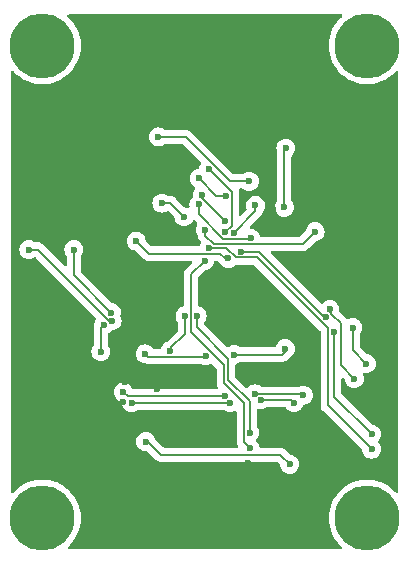
<source format=gbr>
%TF.GenerationSoftware,KiCad,Pcbnew,8.0.7*%
%TF.CreationDate,2025-01-10T16:13:59+05:30*%
%TF.ProjectId,STHDAQ_B0_COPY,53544844-4151-45f4-9230-5f434f50592e,rev?*%
%TF.SameCoordinates,Original*%
%TF.FileFunction,Copper,L2,Bot*%
%TF.FilePolarity,Positive*%
%FSLAX46Y46*%
G04 Gerber Fmt 4.6, Leading zero omitted, Abs format (unit mm)*
G04 Created by KiCad (PCBNEW 8.0.7) date 2025-01-10 16:13:59*
%MOMM*%
%LPD*%
G01*
G04 APERTURE LIST*
%TA.AperFunction,ComponentPad*%
%ADD10C,3.600000*%
%TD*%
%TA.AperFunction,ConnectorPad*%
%ADD11C,5.500000*%
%TD*%
%TA.AperFunction,ViaPad*%
%ADD12C,0.600000*%
%TD*%
%TA.AperFunction,Conductor*%
%ADD13C,0.200000*%
%TD*%
G04 APERTURE END LIST*
D10*
%TO.P,H3,1*%
%TO.N,N/C*%
X210761000Y-60457000D03*
D11*
X210761000Y-60457000D03*
%TD*%
%TO.P,H4,1*%
%TO.N,N/C*%
X183261000Y-100457000D03*
D10*
X183261000Y-100457000D03*
%TD*%
%TO.P,H1,1*%
%TO.N,N/C*%
X210761000Y-100457000D03*
D11*
X210761000Y-100457000D03*
%TD*%
D10*
%TO.P,H2,1*%
%TO.N,N/C*%
X183261000Y-60457000D03*
D11*
X183261000Y-60457000D03*
%TD*%
D12*
%TO.N,REF3.3*%
X203873731Y-69153731D03*
X203749763Y-74148999D03*
%TO.N,Earth*%
X193410000Y-64900000D03*
X194840000Y-64450000D03*
%TO.N,/SYNC{slash}PDWN*%
X206363418Y-76209855D03*
X197040000Y-76050000D03*
%TO.N,Earth*%
X207645000Y-77724000D03*
%TO.N,AIN7*%
X195249800Y-74948999D03*
X193380921Y-73788077D03*
%TO.N,/S4+*%
X185928000Y-77724000D03*
X188468000Y-84074000D03*
X188214000Y-86360000D03*
X189103000Y-83058000D03*
%TO.N,/S4-*%
X189167557Y-83755020D03*
X182118000Y-77724000D03*
%TO.N,Earth*%
X211328000Y-90043000D03*
X192940000Y-89490000D03*
X204993200Y-73881998D03*
X200660000Y-63373000D03*
X189992000Y-87437000D03*
X205083199Y-72843758D03*
X190119000Y-95123000D03*
X190119000Y-96774000D03*
X190246000Y-88961000D03*
X198791000Y-80772000D03*
X204216000Y-76078000D03*
X185801000Y-70681002D03*
X202819000Y-74295000D03*
X205232000Y-76078000D03*
X192623000Y-80772000D03*
X199136000Y-65024000D03*
X204535999Y-62448000D03*
X190119000Y-90612000D03*
X197231000Y-87818000D03*
X189971316Y-92264520D03*
X211074000Y-96012000D03*
X198374000Y-81915000D03*
X190119000Y-93660000D03*
X192974000Y-69215000D03*
X190246000Y-86040000D03*
X186309000Y-83820000D03*
X200660000Y-95764846D03*
X192151000Y-82241652D03*
%TO.N,REF2.5*%
X194100000Y-86270000D03*
X195340000Y-83330000D03*
%TO.N,/XTAL1*%
X193093695Y-68188197D03*
X200779000Y-71950000D03*
%TO.N,/XTAL2*%
X199016764Y-78470980D03*
X199451430Y-76310000D03*
X191200000Y-77000000D03*
X201306100Y-73987057D03*
%TO.N,/S2+*%
X204200000Y-95900000D03*
X192016446Y-93983000D03*
%TO.N,/S2-*%
X204538999Y-90678000D03*
X199136000Y-90678000D03*
X201803000Y-90435000D03*
X190815252Y-90684366D03*
%TO.N,/S3+*%
X190119000Y-89784000D03*
X205359000Y-90043000D03*
X198694243Y-90134999D03*
X201295000Y-89935000D03*
%TO.N,/S3-*%
X191960000Y-86556897D03*
X199517000Y-86614000D03*
X197080000Y-86700000D03*
X203835000Y-86106000D03*
%TO.N,AIN2*%
X207972000Y-84709000D03*
X198779000Y-73161759D03*
X211131998Y-93345000D03*
X196539998Y-71698998D03*
%TO.N,AIN0*%
X198752696Y-76260000D03*
X197343795Y-70880205D03*
X196365884Y-83348776D03*
X200799417Y-93218000D03*
%TO.N,AIN4*%
X196816446Y-73083554D03*
X210693000Y-87376000D03*
X198752696Y-75317304D03*
X207316002Y-83431000D03*
X209551553Y-84328000D03*
X200057257Y-77892471D03*
%TO.N,AIN1*%
X196994632Y-78654632D03*
X200799417Y-94488000D03*
%TO.N,AIN3*%
X211131998Y-94615000D03*
X197360000Y-77560000D03*
%TO.N,AIN5*%
X207606382Y-82794067D03*
X200900000Y-76760000D03*
X209677000Y-88646000D03*
X196514946Y-73905054D03*
%TD*%
D13*
%TO.N,/S3+*%
X190119000Y-89784000D02*
X190469999Y-90134999D01*
X190469999Y-90134999D02*
X198694243Y-90134999D01*
%TO.N,/SYNC{slash}PDWN*%
X205313273Y-77260000D02*
X206363418Y-76209855D01*
X197767107Y-77260000D02*
X205313273Y-77260000D01*
X197040000Y-76050000D02*
X197040000Y-76532893D01*
X197040000Y-76532893D02*
X197767107Y-77260000D01*
%TO.N,AIN3*%
X207415222Y-90898224D02*
X211131998Y-94615000D01*
X207415222Y-84375222D02*
X207415222Y-90898224D01*
X201432471Y-78392471D02*
X207415222Y-84375222D01*
X199645363Y-78392471D02*
X201432471Y-78392471D01*
X198812892Y-77560000D02*
X199645363Y-78392471D01*
X197360000Y-77560000D02*
X198812892Y-77560000D01*
%TO.N,AIN2*%
X198001759Y-73161759D02*
X198779000Y-73161759D01*
X196539998Y-71699998D02*
X198001759Y-73161759D01*
X196539998Y-71698998D02*
X196539998Y-71699998D01*
%TO.N,AIN4*%
X198737304Y-75317304D02*
X198752696Y-75317304D01*
X196816446Y-73396446D02*
X198737304Y-75317304D01*
X196816446Y-73083554D02*
X196816446Y-73396446D01*
%TO.N,REF2.5*%
X195340000Y-84830000D02*
X194100000Y-86070000D01*
X194100000Y-86070000D02*
X194100000Y-86270000D01*
X195340000Y-83330000D02*
X195340000Y-84830000D01*
%TO.N,AIN5*%
X196514946Y-74744946D02*
X196514946Y-73905054D01*
X200850000Y-76810000D02*
X198580000Y-76810000D01*
X200900000Y-76760000D02*
X200850000Y-76810000D01*
X198580000Y-76810000D02*
X196514946Y-74744946D01*
%TO.N,AIN0*%
X198752696Y-76260000D02*
X199279000Y-75733696D01*
X199279000Y-72815410D02*
X197343795Y-70880205D01*
X199279000Y-75733696D02*
X199279000Y-72815410D01*
%TO.N,/XTAL2*%
X201306100Y-74455330D02*
X201306100Y-73987057D01*
X199451430Y-76310000D02*
X201306100Y-74455330D01*
%TO.N,REF3.3*%
X203749763Y-69277699D02*
X203873731Y-69153731D01*
X203749763Y-74148999D02*
X203749763Y-69277699D01*
%TO.N,/XTAL1*%
X199160000Y-71950000D02*
X195398197Y-68188197D01*
X200779000Y-71950000D02*
X199160000Y-71950000D01*
X195398197Y-68188197D02*
X193093695Y-68188197D01*
%TO.N,/XTAL2*%
X198329000Y-78060000D02*
X192260000Y-78060000D01*
X192260000Y-78060000D02*
X191200000Y-77000000D01*
X198739980Y-78470980D02*
X198329000Y-78060000D01*
X199016764Y-78470980D02*
X198739980Y-78470980D01*
%TO.N,/S2+*%
X203400000Y-95100000D02*
X204200000Y-95900000D01*
X192173000Y-93983000D02*
X193290000Y-95100000D01*
X192016446Y-93983000D02*
X192173000Y-93983000D01*
X193290000Y-95100000D02*
X203400000Y-95100000D01*
%TO.N,AIN4*%
X207141000Y-83431000D02*
X207316002Y-83431000D01*
X201602471Y-77892471D02*
X207141000Y-83431000D01*
X200057257Y-77892471D02*
X201602471Y-77892471D01*
%TO.N,AIN5*%
X208534000Y-87503000D02*
X209677000Y-88646000D01*
X208534000Y-83947000D02*
X208534000Y-87503000D01*
X207816002Y-83229002D02*
X208534000Y-83947000D01*
X207816002Y-83223893D02*
X207816002Y-83229002D01*
X207606382Y-83014273D02*
X207816002Y-83223893D01*
X207606382Y-82794067D02*
X207606382Y-83014273D01*
%TO.N,AIN1*%
X198628000Y-89027000D02*
X200299417Y-90698417D01*
X200299417Y-93988000D02*
X200799417Y-94488000D01*
X198628000Y-87528000D02*
X198628000Y-89027000D01*
X200299417Y-90698417D02*
X200299417Y-93988000D01*
X195840000Y-84740000D02*
X198628000Y-87528000D01*
X195840000Y-79809264D02*
X195840000Y-84740000D01*
X196994632Y-78654632D02*
X195840000Y-79809264D01*
%TO.N,AIN7*%
X194088878Y-73788077D02*
X195249800Y-74948999D01*
X193380921Y-73788077D02*
X194088878Y-73788077D01*
%TO.N,AIN0*%
X200799417Y-90563417D02*
X200799417Y-93218000D01*
X199009000Y-88773000D02*
X200799417Y-90563417D01*
X199009000Y-86949000D02*
X199009000Y-88773000D01*
X196365884Y-84305884D02*
X199009000Y-86949000D01*
X196365884Y-83348776D02*
X196365884Y-84305884D01*
%TO.N,/S4-*%
X188911020Y-83755020D02*
X182880000Y-77724000D01*
X189167557Y-83755020D02*
X188911020Y-83755020D01*
X182880000Y-77724000D02*
X182118000Y-77724000D01*
%TO.N,/S4+*%
X185928000Y-79883000D02*
X185928000Y-77724000D01*
X189103000Y-83058000D02*
X185928000Y-79883000D01*
X188214000Y-86360000D02*
X188214000Y-84328000D01*
X188214000Y-84328000D02*
X188468000Y-84074000D01*
%TO.N,/S2-*%
X201803000Y-90435000D02*
X204295999Y-90435000D01*
X199129634Y-90684366D02*
X190815252Y-90684366D01*
X199136000Y-90678000D02*
X199129634Y-90684366D01*
X204295999Y-90435000D02*
X204538999Y-90678000D01*
%TO.N,/S3+*%
X205251000Y-89935000D02*
X205359000Y-90043000D01*
X201295000Y-89935000D02*
X205251000Y-89935000D01*
%TO.N,/S3-*%
X199517000Y-86614000D02*
X203581000Y-86614000D01*
X203581000Y-86614000D02*
X203835000Y-86360000D01*
X203835000Y-86360000D02*
X203835000Y-86106000D01*
%TO.N,AIN2*%
X207972000Y-90185002D02*
X211131998Y-93345000D01*
X207972000Y-84709000D02*
X207972000Y-90185002D01*
%TO.N,AIN4*%
X209551553Y-84328000D02*
X209551553Y-86234553D01*
X209551553Y-86234553D02*
X210693000Y-87376000D01*
%TO.N,/S3-*%
X192183103Y-86780000D02*
X197000000Y-86780000D01*
X197000000Y-86780000D02*
X197080000Y-86700000D01*
X191960000Y-86556897D02*
X192183103Y-86780000D01*
%TD*%
%TA.AperFunction,Conductor*%
%TO.N,Earth*%
G36*
X208594628Y-57820185D02*
G01*
X208640383Y-57872989D01*
X208650327Y-57942147D01*
X208621302Y-58005703D01*
X208612871Y-58014515D01*
X208521123Y-58101423D01*
X208397685Y-58218350D01*
X208169505Y-58486983D01*
X208169498Y-58486993D01*
X207971695Y-58778730D01*
X207806597Y-59090137D01*
X207806588Y-59090155D01*
X207676127Y-59417589D01*
X207676126Y-59417591D01*
X207581834Y-59757203D01*
X207581833Y-59757206D01*
X207524808Y-60105045D01*
X207505726Y-60456997D01*
X207505726Y-60457002D01*
X207524808Y-60808954D01*
X207581833Y-61156793D01*
X207581834Y-61156796D01*
X207676126Y-61496408D01*
X207676127Y-61496410D01*
X207806588Y-61823844D01*
X207806597Y-61823862D01*
X207971695Y-62135269D01*
X208169498Y-62427006D01*
X208169505Y-62427016D01*
X208330251Y-62616260D01*
X208397686Y-62695650D01*
X208653580Y-62938046D01*
X208934182Y-63151354D01*
X209236202Y-63333074D01*
X209236206Y-63333075D01*
X209236210Y-63333078D01*
X209556088Y-63481070D01*
X209556092Y-63481070D01*
X209556099Y-63481074D01*
X209890122Y-63593619D01*
X210234355Y-63669391D01*
X210584763Y-63707500D01*
X210584769Y-63707500D01*
X210937231Y-63707500D01*
X210937237Y-63707500D01*
X211287645Y-63669391D01*
X211631878Y-63593619D01*
X211965901Y-63481074D01*
X211965908Y-63481070D01*
X211965911Y-63481070D01*
X212285789Y-63333078D01*
X212285798Y-63333074D01*
X212587818Y-63151354D01*
X212868420Y-62938046D01*
X213124314Y-62695650D01*
X213180993Y-62628922D01*
X213239395Y-62590572D01*
X213309262Y-62589884D01*
X213368409Y-62627077D01*
X213398058Y-62690344D01*
X213399500Y-62709199D01*
X213399500Y-98204800D01*
X213379815Y-98271839D01*
X213327011Y-98317594D01*
X213257853Y-98327538D01*
X213194297Y-98298513D01*
X213180993Y-98285077D01*
X213134804Y-98230700D01*
X213124314Y-98218350D01*
X212868420Y-97975954D01*
X212868413Y-97975948D01*
X212868410Y-97975946D01*
X212587815Y-97762644D01*
X212285802Y-97580928D01*
X212285789Y-97580921D01*
X211965911Y-97432929D01*
X211965906Y-97432928D01*
X211965903Y-97432927D01*
X211965901Y-97432926D01*
X211859432Y-97397052D01*
X211631880Y-97320381D01*
X211287643Y-97244608D01*
X210937238Y-97206500D01*
X210937237Y-97206500D01*
X210584763Y-97206500D01*
X210584761Y-97206500D01*
X210234356Y-97244608D01*
X209890119Y-97320381D01*
X209556093Y-97432928D01*
X209556088Y-97432929D01*
X209236210Y-97580921D01*
X209236197Y-97580928D01*
X208934184Y-97762644D01*
X208653589Y-97975946D01*
X208653580Y-97975954D01*
X208397685Y-98218350D01*
X208169505Y-98486983D01*
X208169498Y-98486993D01*
X207971695Y-98778730D01*
X207806597Y-99090137D01*
X207806588Y-99090155D01*
X207676127Y-99417589D01*
X207676126Y-99417591D01*
X207581834Y-99757203D01*
X207581833Y-99757206D01*
X207524808Y-100105045D01*
X207505726Y-100456997D01*
X207505726Y-100457002D01*
X207524808Y-100808954D01*
X207581833Y-101156793D01*
X207581834Y-101156796D01*
X207676126Y-101496408D01*
X207676127Y-101496410D01*
X207806588Y-101823844D01*
X207806597Y-101823862D01*
X207971695Y-102135269D01*
X208169498Y-102427006D01*
X208169505Y-102427016D01*
X208397685Y-102695649D01*
X208598084Y-102885477D01*
X208633217Y-102945871D01*
X208630122Y-103015672D01*
X208589780Y-103072719D01*
X208525001Y-103098899D01*
X208512809Y-103099500D01*
X185509191Y-103099500D01*
X185442152Y-103079815D01*
X185396397Y-103027011D01*
X185386453Y-102957853D01*
X185415478Y-102894297D01*
X185423916Y-102885477D01*
X185624314Y-102695650D01*
X185852501Y-102427008D01*
X186050305Y-102135269D01*
X186215407Y-101823854D01*
X186345871Y-101496414D01*
X186440168Y-101156788D01*
X186497191Y-100808957D01*
X186516274Y-100457000D01*
X186497191Y-100105043D01*
X186440168Y-99757212D01*
X186397704Y-99604271D01*
X186345873Y-99417591D01*
X186345872Y-99417589D01*
X186215411Y-99090155D01*
X186215402Y-99090137D01*
X186050304Y-98778730D01*
X185921499Y-98588757D01*
X185852501Y-98486992D01*
X185852497Y-98486987D01*
X185852494Y-98486983D01*
X185624314Y-98218350D01*
X185610009Y-98204800D01*
X185368420Y-97975954D01*
X185368413Y-97975948D01*
X185368410Y-97975946D01*
X185087815Y-97762644D01*
X184785802Y-97580928D01*
X184785789Y-97580921D01*
X184465911Y-97432929D01*
X184465906Y-97432928D01*
X184465903Y-97432927D01*
X184465901Y-97432926D01*
X184359432Y-97397052D01*
X184131880Y-97320381D01*
X183787643Y-97244608D01*
X183437238Y-97206500D01*
X183437237Y-97206500D01*
X183084763Y-97206500D01*
X183084761Y-97206500D01*
X182734356Y-97244608D01*
X182390119Y-97320381D01*
X182056093Y-97432928D01*
X182056088Y-97432929D01*
X181736210Y-97580921D01*
X181736197Y-97580928D01*
X181434184Y-97762644D01*
X181153589Y-97975946D01*
X181153580Y-97975954D01*
X180897685Y-98218351D01*
X180819007Y-98310977D01*
X180760604Y-98349328D01*
X180690738Y-98350015D01*
X180631591Y-98312821D01*
X180601942Y-98249554D01*
X180600500Y-98230700D01*
X180600500Y-89783996D01*
X189313435Y-89783996D01*
X189313435Y-89784003D01*
X189333630Y-89963249D01*
X189333631Y-89963254D01*
X189393211Y-90133523D01*
X189489184Y-90286262D01*
X189616738Y-90413816D01*
X189769478Y-90509789D01*
X189870854Y-90545262D01*
X189926642Y-90564783D01*
X189983418Y-90605505D01*
X190009165Y-90670458D01*
X190009687Y-90681825D01*
X190009687Y-90684369D01*
X190029882Y-90863615D01*
X190029883Y-90863620D01*
X190089463Y-91033889D01*
X190108895Y-91064814D01*
X190185436Y-91186628D01*
X190312990Y-91314182D01*
X190317171Y-91316809D01*
X190455598Y-91403789D01*
X190465730Y-91410155D01*
X190617804Y-91463368D01*
X190635997Y-91469734D01*
X190636002Y-91469735D01*
X190815248Y-91489931D01*
X190815252Y-91489931D01*
X190815256Y-91489931D01*
X190994501Y-91469735D01*
X190994504Y-91469734D01*
X190994507Y-91469734D01*
X191164774Y-91410155D01*
X191317514Y-91314182D01*
X191317519Y-91314176D01*
X191320349Y-91311921D01*
X191322527Y-91311031D01*
X191323410Y-91310477D01*
X191323507Y-91310631D01*
X191385035Y-91285511D01*
X191397664Y-91284866D01*
X198561570Y-91284866D01*
X198627728Y-91304292D01*
X198627842Y-91304111D01*
X198628483Y-91304514D01*
X198628609Y-91304551D01*
X198629083Y-91304890D01*
X198633735Y-91307813D01*
X198633738Y-91307816D01*
X198786478Y-91403789D01*
X198956745Y-91463368D01*
X198956750Y-91463369D01*
X199135996Y-91483565D01*
X199136000Y-91483565D01*
X199136004Y-91483565D01*
X199315249Y-91463369D01*
X199315252Y-91463368D01*
X199315255Y-91463368D01*
X199485522Y-91403789D01*
X199508944Y-91389071D01*
X199576180Y-91370071D01*
X199643015Y-91390438D01*
X199688230Y-91443705D01*
X199698917Y-91494065D01*
X199698917Y-93901330D01*
X199698916Y-93901348D01*
X199698916Y-94067054D01*
X199698915Y-94067054D01*
X199724423Y-94162249D01*
X199739840Y-94219785D01*
X199760874Y-94256216D01*
X199791204Y-94308750D01*
X199793947Y-94313500D01*
X199810420Y-94381401D01*
X199787567Y-94447428D01*
X199732646Y-94490618D01*
X199686560Y-94499500D01*
X193590098Y-94499500D01*
X193523059Y-94479815D01*
X193502417Y-94463181D01*
X192799668Y-93760433D01*
X192770307Y-93713705D01*
X192742235Y-93633478D01*
X192742235Y-93633477D01*
X192681930Y-93537504D01*
X192646262Y-93480738D01*
X192518708Y-93353184D01*
X192505677Y-93344996D01*
X192365969Y-93257211D01*
X192195700Y-93197631D01*
X192195695Y-93197630D01*
X192016450Y-93177435D01*
X192016442Y-93177435D01*
X191837196Y-93197630D01*
X191837191Y-93197631D01*
X191666922Y-93257211D01*
X191514183Y-93353184D01*
X191386630Y-93480737D01*
X191290657Y-93633476D01*
X191231077Y-93803745D01*
X191231076Y-93803750D01*
X191210881Y-93982996D01*
X191210881Y-93983003D01*
X191231076Y-94162249D01*
X191231077Y-94162254D01*
X191290657Y-94332523D01*
X191376110Y-94468520D01*
X191386630Y-94485262D01*
X191514184Y-94612816D01*
X191666924Y-94708789D01*
X191751419Y-94738355D01*
X191837191Y-94768368D01*
X191837196Y-94768369D01*
X192016442Y-94788565D01*
X192016446Y-94788565D01*
X192016447Y-94788565D01*
X192032317Y-94786776D01*
X192058557Y-94783820D01*
X192127379Y-94795874D01*
X192160123Y-94819359D01*
X192921284Y-95580520D01*
X192921286Y-95580521D01*
X192921290Y-95580524D01*
X193058209Y-95659573D01*
X193058216Y-95659577D01*
X193210943Y-95700501D01*
X193210945Y-95700501D01*
X193376654Y-95700501D01*
X193376670Y-95700500D01*
X203099903Y-95700500D01*
X203166942Y-95720185D01*
X203187584Y-95736819D01*
X203369298Y-95918533D01*
X203402783Y-95979856D01*
X203404837Y-95992330D01*
X203414630Y-96079249D01*
X203474210Y-96249521D01*
X203570184Y-96402262D01*
X203697738Y-96529816D01*
X203850478Y-96625789D01*
X204020745Y-96685368D01*
X204020750Y-96685369D01*
X204199996Y-96705565D01*
X204200000Y-96705565D01*
X204200004Y-96705565D01*
X204379249Y-96685369D01*
X204379252Y-96685368D01*
X204379255Y-96685368D01*
X204549522Y-96625789D01*
X204702262Y-96529816D01*
X204829816Y-96402262D01*
X204925789Y-96249522D01*
X204985368Y-96079255D01*
X204995162Y-95992330D01*
X205005565Y-95900003D01*
X205005565Y-95899996D01*
X204985369Y-95720750D01*
X204985368Y-95720745D01*
X204963963Y-95659573D01*
X204925789Y-95550478D01*
X204829816Y-95397738D01*
X204702262Y-95270184D01*
X204661888Y-95244815D01*
X204549521Y-95174210D01*
X204379249Y-95114630D01*
X204292330Y-95104837D01*
X204227916Y-95077770D01*
X204218533Y-95069298D01*
X203887590Y-94738355D01*
X203887588Y-94738352D01*
X203768717Y-94619481D01*
X203768709Y-94619475D01*
X203677919Y-94567058D01*
X203677918Y-94567058D01*
X203631785Y-94540423D01*
X203479057Y-94499499D01*
X203320943Y-94499499D01*
X203313347Y-94499499D01*
X203313331Y-94499500D01*
X201717091Y-94499500D01*
X201650052Y-94479815D01*
X201604297Y-94427011D01*
X201593871Y-94389383D01*
X201584786Y-94308750D01*
X201584785Y-94308745D01*
X201569645Y-94265478D01*
X201525206Y-94138478D01*
X201509032Y-94112738D01*
X201429232Y-93985737D01*
X201384176Y-93940681D01*
X201350691Y-93879358D01*
X201355675Y-93809666D01*
X201384176Y-93765319D01*
X201389062Y-93760433D01*
X201429233Y-93720262D01*
X201525206Y-93567522D01*
X201584785Y-93397255D01*
X201589751Y-93353184D01*
X201604982Y-93218003D01*
X201604982Y-93217996D01*
X201584786Y-93038750D01*
X201584785Y-93038745D01*
X201569645Y-92995478D01*
X201525206Y-92868478D01*
X201509032Y-92842738D01*
X201429230Y-92715734D01*
X201426967Y-92712896D01*
X201426076Y-92710715D01*
X201425528Y-92709842D01*
X201425681Y-92709745D01*
X201400561Y-92648209D01*
X201399917Y-92635587D01*
X201399917Y-91316809D01*
X201419602Y-91249770D01*
X201472406Y-91204015D01*
X201541564Y-91194071D01*
X201564872Y-91199768D01*
X201623737Y-91220366D01*
X201623743Y-91220367D01*
X201623745Y-91220368D01*
X201623746Y-91220368D01*
X201623750Y-91220369D01*
X201802996Y-91240565D01*
X201803000Y-91240565D01*
X201803004Y-91240565D01*
X201982249Y-91220369D01*
X201982252Y-91220368D01*
X201982255Y-91220368D01*
X202152522Y-91160789D01*
X202305262Y-91064816D01*
X202305267Y-91064810D01*
X202308097Y-91062555D01*
X202310275Y-91061665D01*
X202311158Y-91061111D01*
X202311255Y-91061265D01*
X202372783Y-91036145D01*
X202385412Y-91035500D01*
X203749691Y-91035500D01*
X203816730Y-91055185D01*
X203854683Y-91093526D01*
X203909183Y-91180262D01*
X204036737Y-91307816D01*
X204189477Y-91403789D01*
X204359744Y-91463368D01*
X204359749Y-91463369D01*
X204538995Y-91483565D01*
X204538999Y-91483565D01*
X204539003Y-91483565D01*
X204718248Y-91463369D01*
X204718251Y-91463368D01*
X204718254Y-91463368D01*
X204888521Y-91403789D01*
X205041261Y-91307816D01*
X205168815Y-91180262D01*
X205264788Y-91027522D01*
X205300378Y-90925811D01*
X205341098Y-90869037D01*
X205403536Y-90843547D01*
X205538249Y-90828369D01*
X205538252Y-90828368D01*
X205538255Y-90828368D01*
X205708522Y-90768789D01*
X205861262Y-90672816D01*
X205988816Y-90545262D01*
X206084789Y-90392522D01*
X206144368Y-90222255D01*
X206164565Y-90043000D01*
X206156631Y-89972586D01*
X206144369Y-89863750D01*
X206144368Y-89863745D01*
X206116464Y-89784000D01*
X206084789Y-89693478D01*
X205988816Y-89540738D01*
X205861262Y-89413184D01*
X205833462Y-89395716D01*
X205708523Y-89317211D01*
X205538254Y-89257631D01*
X205538249Y-89257630D01*
X205359004Y-89237435D01*
X205358996Y-89237435D01*
X205179750Y-89257630D01*
X205179745Y-89257631D01*
X205009470Y-89317213D01*
X205003205Y-89320231D01*
X205002298Y-89318349D01*
X204946238Y-89334500D01*
X201877412Y-89334500D01*
X201810373Y-89314815D01*
X201800097Y-89307445D01*
X201797263Y-89305185D01*
X201797262Y-89305184D01*
X201740496Y-89269515D01*
X201644523Y-89209211D01*
X201474254Y-89149631D01*
X201474249Y-89149630D01*
X201295004Y-89129435D01*
X201294996Y-89129435D01*
X201115750Y-89149630D01*
X201115745Y-89149631D01*
X200945476Y-89209211D01*
X200792739Y-89305183D01*
X200679259Y-89418663D01*
X200617936Y-89452147D01*
X200548244Y-89447163D01*
X200503897Y-89418662D01*
X199645819Y-88560584D01*
X199612334Y-88499261D01*
X199609500Y-88472903D01*
X199609500Y-87517707D01*
X199629185Y-87450668D01*
X199681989Y-87404913D01*
X199692546Y-87400665D01*
X199696251Y-87399368D01*
X199696255Y-87399368D01*
X199866522Y-87339789D01*
X200019262Y-87243816D01*
X200019267Y-87243810D01*
X200022097Y-87241555D01*
X200024275Y-87240665D01*
X200025158Y-87240111D01*
X200025255Y-87240265D01*
X200086783Y-87215145D01*
X200099412Y-87214500D01*
X203494331Y-87214500D01*
X203494347Y-87214501D01*
X203501943Y-87214501D01*
X203660054Y-87214501D01*
X203660057Y-87214501D01*
X203812785Y-87173577D01*
X203880842Y-87134284D01*
X203949716Y-87094520D01*
X204061520Y-86982716D01*
X204061520Y-86982714D01*
X204071724Y-86972511D01*
X204071728Y-86972506D01*
X204193505Y-86850729D01*
X204193510Y-86850725D01*
X204203714Y-86840520D01*
X204203716Y-86840520D01*
X204249782Y-86794452D01*
X204271481Y-86777147D01*
X204337262Y-86735816D01*
X204464816Y-86608262D01*
X204560789Y-86455522D01*
X204620368Y-86285255D01*
X204632143Y-86180750D01*
X204640565Y-86106003D01*
X204640565Y-86105996D01*
X204620369Y-85926750D01*
X204620368Y-85926745D01*
X204585963Y-85828422D01*
X204560789Y-85756478D01*
X204464816Y-85603738D01*
X204337262Y-85476184D01*
X204277177Y-85438430D01*
X204184523Y-85380211D01*
X204014254Y-85320631D01*
X204014249Y-85320630D01*
X203835004Y-85300435D01*
X203834996Y-85300435D01*
X203655750Y-85320630D01*
X203655745Y-85320631D01*
X203485476Y-85380211D01*
X203332737Y-85476184D01*
X203205184Y-85603737D01*
X203109210Y-85756478D01*
X203083963Y-85828632D01*
X203049632Y-85926745D01*
X203049631Y-85926748D01*
X203048335Y-85930454D01*
X203007613Y-85987230D01*
X202942661Y-86012978D01*
X202931293Y-86013500D01*
X200099412Y-86013500D01*
X200032373Y-85993815D01*
X200022097Y-85986445D01*
X200019263Y-85984185D01*
X200019262Y-85984184D01*
X199962496Y-85948515D01*
X199866523Y-85888211D01*
X199696254Y-85828631D01*
X199696249Y-85828630D01*
X199517004Y-85808435D01*
X199516996Y-85808435D01*
X199337750Y-85828630D01*
X199337745Y-85828631D01*
X199167476Y-85888211D01*
X199023962Y-85978387D01*
X198956725Y-85997387D01*
X198889890Y-85977019D01*
X198870309Y-85961074D01*
X197002703Y-84093468D01*
X196969218Y-84032145D01*
X196966384Y-84005787D01*
X196966384Y-83931188D01*
X196986069Y-83864149D01*
X196993439Y-83853873D01*
X196995694Y-83851043D01*
X196995700Y-83851038D01*
X197091673Y-83698298D01*
X197151252Y-83528031D01*
X197153368Y-83509254D01*
X197171449Y-83348779D01*
X197171449Y-83348772D01*
X197151253Y-83169526D01*
X197151252Y-83169521D01*
X197112228Y-83057996D01*
X197091673Y-82999254D01*
X196995700Y-82846514D01*
X196868146Y-82718960D01*
X196838264Y-82700184D01*
X196715405Y-82622986D01*
X196545130Y-82563405D01*
X196538343Y-82561856D01*
X196538964Y-82559134D01*
X196486175Y-82536935D01*
X196446637Y-82479329D01*
X196440500Y-82440804D01*
X196440500Y-80109360D01*
X196460185Y-80042321D01*
X196476815Y-80021683D01*
X197013167Y-79485330D01*
X197074488Y-79451847D01*
X197086943Y-79449795D01*
X197173887Y-79440000D01*
X197344154Y-79380421D01*
X197496894Y-79284448D01*
X197624448Y-79156894D01*
X197720421Y-79004154D01*
X197780000Y-78833887D01*
X197787129Y-78770617D01*
X197814195Y-78706203D01*
X197871790Y-78666648D01*
X197910349Y-78660500D01*
X198028903Y-78660500D01*
X198095942Y-78680185D01*
X198116584Y-78696819D01*
X198255119Y-78835354D01*
X198255140Y-78835377D01*
X198366828Y-78947065D01*
X198384141Y-78968775D01*
X198386948Y-78973242D01*
X198514502Y-79100796D01*
X198667242Y-79196769D01*
X198837509Y-79256348D01*
X198837514Y-79256349D01*
X199016760Y-79276545D01*
X199016764Y-79276545D01*
X199016768Y-79276545D01*
X199196013Y-79256349D01*
X199196016Y-79256348D01*
X199196019Y-79256348D01*
X199366286Y-79196769D01*
X199519026Y-79100796D01*
X199590531Y-79029291D01*
X199651854Y-78995806D01*
X199678212Y-78992972D01*
X199732017Y-78992972D01*
X199732033Y-78992971D01*
X201132374Y-78992971D01*
X201199413Y-79012656D01*
X201220055Y-79029290D01*
X206778403Y-84587638D01*
X206811888Y-84648961D01*
X206814722Y-84675319D01*
X206814722Y-90811554D01*
X206814721Y-90811572D01*
X206814721Y-90977278D01*
X206814720Y-90977278D01*
X206855645Y-91130009D01*
X206873415Y-91160788D01*
X206883894Y-91178937D01*
X206892632Y-91194071D01*
X206934701Y-91266938D01*
X206934703Y-91266941D01*
X207053571Y-91385809D01*
X207053577Y-91385814D01*
X210301296Y-94633533D01*
X210334781Y-94694856D01*
X210336835Y-94707330D01*
X210346628Y-94794249D01*
X210406208Y-94964521D01*
X210491323Y-95099980D01*
X210502182Y-95117262D01*
X210629736Y-95244816D01*
X210782476Y-95340789D01*
X210945224Y-95397737D01*
X210952743Y-95400368D01*
X210952748Y-95400369D01*
X211131994Y-95420565D01*
X211131998Y-95420565D01*
X211132002Y-95420565D01*
X211311247Y-95400369D01*
X211311250Y-95400368D01*
X211311253Y-95400368D01*
X211481520Y-95340789D01*
X211634260Y-95244816D01*
X211761814Y-95117262D01*
X211857787Y-94964522D01*
X211917366Y-94794255D01*
X211920283Y-94768368D01*
X211937563Y-94615003D01*
X211937563Y-94614996D01*
X211917367Y-94435750D01*
X211917366Y-94435745D01*
X211898350Y-94381401D01*
X211857787Y-94265478D01*
X211851967Y-94256216D01*
X211818580Y-94203080D01*
X211761814Y-94112738D01*
X211716757Y-94067681D01*
X211683272Y-94006358D01*
X211688256Y-93936666D01*
X211716757Y-93892319D01*
X211729718Y-93879358D01*
X211761814Y-93847262D01*
X211857787Y-93694522D01*
X211917366Y-93524255D01*
X211922269Y-93480738D01*
X211937563Y-93345003D01*
X211937563Y-93344996D01*
X211917367Y-93165750D01*
X211917366Y-93165745D01*
X211857787Y-92995478D01*
X211761814Y-92842738D01*
X211634260Y-92715184D01*
X211527670Y-92648209D01*
X211481519Y-92619210D01*
X211311247Y-92559630D01*
X211224328Y-92549837D01*
X211159914Y-92522770D01*
X211150531Y-92514298D01*
X208608819Y-89972586D01*
X208575334Y-89911263D01*
X208572500Y-89884905D01*
X208572500Y-88690097D01*
X208592185Y-88623058D01*
X208644989Y-88577303D01*
X208714147Y-88567359D01*
X208777703Y-88596384D01*
X208784181Y-88602416D01*
X208846298Y-88664533D01*
X208879783Y-88725856D01*
X208881837Y-88738330D01*
X208891630Y-88825249D01*
X208951210Y-88995521D01*
X208953165Y-88998632D01*
X209047184Y-89148262D01*
X209174738Y-89275816D01*
X209327478Y-89371789D01*
X209461436Y-89418663D01*
X209497745Y-89431368D01*
X209497750Y-89431369D01*
X209676996Y-89451565D01*
X209677000Y-89451565D01*
X209677004Y-89451565D01*
X209856249Y-89431369D01*
X209856252Y-89431368D01*
X209856255Y-89431368D01*
X210026522Y-89371789D01*
X210179262Y-89275816D01*
X210306816Y-89148262D01*
X210402789Y-88995522D01*
X210462368Y-88825255D01*
X210472162Y-88738330D01*
X210482565Y-88646003D01*
X210482565Y-88645996D01*
X210462369Y-88466750D01*
X210462366Y-88466737D01*
X210414197Y-88329078D01*
X210410635Y-88259299D01*
X210445363Y-88198672D01*
X210507357Y-88166444D01*
X210545120Y-88164903D01*
X210615378Y-88172819D01*
X210692997Y-88181565D01*
X210693000Y-88181565D01*
X210693004Y-88181565D01*
X210872249Y-88161369D01*
X210872252Y-88161368D01*
X210872255Y-88161368D01*
X211042522Y-88101789D01*
X211195262Y-88005816D01*
X211322816Y-87878262D01*
X211418789Y-87725522D01*
X211478368Y-87555255D01*
X211483967Y-87505565D01*
X211498565Y-87376003D01*
X211498565Y-87375996D01*
X211478369Y-87196750D01*
X211478368Y-87196745D01*
X211456512Y-87134284D01*
X211418789Y-87026478D01*
X211391291Y-86982716D01*
X211343351Y-86906419D01*
X211322816Y-86873738D01*
X211195262Y-86746184D01*
X211179287Y-86736146D01*
X211042521Y-86650210D01*
X210872249Y-86590630D01*
X210785330Y-86580837D01*
X210720916Y-86553770D01*
X210711533Y-86545298D01*
X210188372Y-86022137D01*
X210154887Y-85960814D01*
X210152053Y-85934456D01*
X210152053Y-84910412D01*
X210171738Y-84843373D01*
X210179108Y-84833097D01*
X210181363Y-84830267D01*
X210181369Y-84830262D01*
X210277342Y-84677522D01*
X210336921Y-84507255D01*
X210348210Y-84407060D01*
X210357118Y-84328003D01*
X210357118Y-84327996D01*
X210336922Y-84148750D01*
X210336921Y-84148745D01*
X210317579Y-84093468D01*
X210277342Y-83978478D01*
X210181369Y-83825738D01*
X210053815Y-83698184D01*
X210024115Y-83679522D01*
X209901076Y-83602211D01*
X209730807Y-83542631D01*
X209730802Y-83542630D01*
X209551557Y-83522435D01*
X209551549Y-83522435D01*
X209372303Y-83542630D01*
X209372290Y-83542633D01*
X209202034Y-83602209D01*
X209183510Y-83613848D01*
X209116273Y-83632846D01*
X209049438Y-83612476D01*
X209019165Y-83584338D01*
X209014518Y-83578282D01*
X208435778Y-82999542D01*
X208402293Y-82938219D01*
X208400239Y-82897977D01*
X208411947Y-82794069D01*
X208411947Y-82794063D01*
X208391751Y-82614817D01*
X208391750Y-82614812D01*
X208369637Y-82551618D01*
X208332171Y-82444545D01*
X208329820Y-82440804D01*
X208236197Y-82291804D01*
X208108644Y-82164251D01*
X207955905Y-82068278D01*
X207785636Y-82008698D01*
X207785631Y-82008697D01*
X207606386Y-81988502D01*
X207606378Y-81988502D01*
X207427132Y-82008697D01*
X207427127Y-82008698D01*
X207256858Y-82068278D01*
X207104119Y-82164251D01*
X207001484Y-82266887D01*
X206940161Y-82300372D01*
X206870469Y-82295388D01*
X206826122Y-82266887D01*
X202631416Y-78072181D01*
X202597931Y-78010858D01*
X202602915Y-77941166D01*
X202644787Y-77885233D01*
X202710251Y-77860816D01*
X202719097Y-77860500D01*
X205226604Y-77860500D01*
X205226620Y-77860501D01*
X205234216Y-77860501D01*
X205392327Y-77860501D01*
X205392330Y-77860501D01*
X205545058Y-77819577D01*
X205604309Y-77785368D01*
X205681989Y-77740520D01*
X205793793Y-77628716D01*
X205793793Y-77628714D01*
X205803997Y-77618511D01*
X205804001Y-77618506D01*
X206381953Y-77040553D01*
X206443274Y-77007070D01*
X206455729Y-77005018D01*
X206542673Y-76995223D01*
X206712940Y-76935644D01*
X206865680Y-76839671D01*
X206993234Y-76712117D01*
X207089207Y-76559377D01*
X207148786Y-76389110D01*
X207148787Y-76389104D01*
X207168983Y-76209858D01*
X207168983Y-76209851D01*
X207148787Y-76030605D01*
X207148786Y-76030600D01*
X207114114Y-75931513D01*
X207089207Y-75860333D01*
X207053861Y-75804081D01*
X206993233Y-75707592D01*
X206865680Y-75580039D01*
X206712941Y-75484066D01*
X206542672Y-75424486D01*
X206542667Y-75424485D01*
X206363422Y-75404290D01*
X206363414Y-75404290D01*
X206184168Y-75424485D01*
X206184163Y-75424486D01*
X206013894Y-75484066D01*
X205861155Y-75580039D01*
X205733602Y-75707592D01*
X205637628Y-75860333D01*
X205578048Y-76030605D01*
X205568255Y-76117523D01*
X205541188Y-76181937D01*
X205532716Y-76191320D01*
X205100857Y-76623181D01*
X205039534Y-76656666D01*
X205013176Y-76659500D01*
X201800909Y-76659500D01*
X201733870Y-76639815D01*
X201688115Y-76587011D01*
X201683867Y-76576455D01*
X201673823Y-76547752D01*
X201625789Y-76410478D01*
X201529816Y-76257738D01*
X201402262Y-76130184D01*
X201382112Y-76117523D01*
X201249523Y-76034211D01*
X201079254Y-75974631D01*
X201079249Y-75974630D01*
X200936783Y-75958579D01*
X200872369Y-75931513D01*
X200832814Y-75873918D01*
X200830676Y-75804081D01*
X200862983Y-75747680D01*
X201664606Y-74946058D01*
X201664611Y-74946054D01*
X201674814Y-74935850D01*
X201674816Y-74935850D01*
X201786620Y-74824046D01*
X201865677Y-74687114D01*
X201903767Y-74544959D01*
X201932381Y-74495404D01*
X201931575Y-74494762D01*
X201935840Y-74489412D01*
X201935866Y-74489368D01*
X201935916Y-74489319D01*
X202031889Y-74336579D01*
X202091468Y-74166312D01*
X202091770Y-74163631D01*
X202093419Y-74148995D01*
X202944198Y-74148995D01*
X202944198Y-74149002D01*
X202964393Y-74328248D01*
X202964394Y-74328253D01*
X203023974Y-74498522D01*
X203119947Y-74651261D01*
X203247501Y-74778815D01*
X203314659Y-74821013D01*
X203367949Y-74854498D01*
X203400241Y-74874788D01*
X203570508Y-74934367D01*
X203570513Y-74934368D01*
X203749759Y-74954564D01*
X203749763Y-74954564D01*
X203749767Y-74954564D01*
X203929012Y-74934368D01*
X203929015Y-74934367D01*
X203929018Y-74934367D01*
X204099285Y-74874788D01*
X204252025Y-74778815D01*
X204379579Y-74651261D01*
X204475552Y-74498521D01*
X204535131Y-74328254D01*
X204542871Y-74259559D01*
X204555328Y-74149002D01*
X204555328Y-74148995D01*
X204535132Y-73969749D01*
X204535131Y-73969744D01*
X204512495Y-73905054D01*
X204475552Y-73799477D01*
X204468386Y-73788073D01*
X204379576Y-73646733D01*
X204377313Y-73643895D01*
X204376422Y-73641714D01*
X204375874Y-73640841D01*
X204376027Y-73640744D01*
X204350907Y-73579208D01*
X204350263Y-73566586D01*
X204350263Y-69860639D01*
X204369948Y-69793600D01*
X204386582Y-69772958D01*
X204503547Y-69655993D01*
X204599520Y-69503253D01*
X204659099Y-69332986D01*
X204679296Y-69153731D01*
X204659099Y-68974476D01*
X204599520Y-68804209D01*
X204590178Y-68789342D01*
X204503546Y-68651468D01*
X204375993Y-68523915D01*
X204223254Y-68427942D01*
X204052985Y-68368362D01*
X204052980Y-68368361D01*
X203873735Y-68348166D01*
X203873727Y-68348166D01*
X203694481Y-68368361D01*
X203694476Y-68368362D01*
X203524207Y-68427942D01*
X203371468Y-68523915D01*
X203243915Y-68651468D01*
X203147942Y-68804207D01*
X203088362Y-68974476D01*
X203088361Y-68974481D01*
X203068166Y-69153727D01*
X203068166Y-69153734D01*
X203088361Y-69332980D01*
X203088364Y-69332993D01*
X203142304Y-69487142D01*
X203149263Y-69528097D01*
X203149263Y-73566586D01*
X203129578Y-73633625D01*
X203122213Y-73643895D01*
X203119949Y-73646733D01*
X203023974Y-73799475D01*
X202964394Y-73969744D01*
X202964393Y-73969749D01*
X202944198Y-74148995D01*
X202093419Y-74148995D01*
X202111665Y-73987060D01*
X202111665Y-73987053D01*
X202091469Y-73807807D01*
X202091468Y-73807802D01*
X202084566Y-73788077D01*
X202031889Y-73637535D01*
X202013847Y-73608822D01*
X201935915Y-73484794D01*
X201808362Y-73357241D01*
X201655623Y-73261268D01*
X201485354Y-73201688D01*
X201485349Y-73201687D01*
X201306104Y-73181492D01*
X201306096Y-73181492D01*
X201126850Y-73201687D01*
X201126845Y-73201688D01*
X200956576Y-73261268D01*
X200803837Y-73357241D01*
X200676284Y-73484794D01*
X200580311Y-73637533D01*
X200520731Y-73807802D01*
X200520730Y-73807807D01*
X200500535Y-73987053D01*
X200500535Y-73987060D01*
X200520731Y-74166309D01*
X200553360Y-74259559D01*
X200556921Y-74329338D01*
X200523999Y-74388194D01*
X200091181Y-74821013D01*
X200029858Y-74854498D01*
X199960167Y-74849514D01*
X199904233Y-74807643D01*
X199879816Y-74742178D01*
X199879500Y-74733332D01*
X199879500Y-72736355D01*
X199879499Y-72736351D01*
X199878877Y-72734030D01*
X199871526Y-72706592D01*
X199873189Y-72636742D01*
X199912353Y-72578880D01*
X199976582Y-72551377D01*
X199991301Y-72550500D01*
X200196588Y-72550500D01*
X200263627Y-72570185D01*
X200273903Y-72577555D01*
X200276736Y-72579814D01*
X200276738Y-72579816D01*
X200429478Y-72675789D01*
X200517508Y-72706592D01*
X200599745Y-72735368D01*
X200599750Y-72735369D01*
X200778996Y-72755565D01*
X200779000Y-72755565D01*
X200779004Y-72755565D01*
X200958249Y-72735369D01*
X200958252Y-72735368D01*
X200958255Y-72735368D01*
X201128522Y-72675789D01*
X201281262Y-72579816D01*
X201408816Y-72452262D01*
X201504789Y-72299522D01*
X201564368Y-72129255D01*
X201564369Y-72129249D01*
X201584565Y-71950003D01*
X201584565Y-71949996D01*
X201564369Y-71770750D01*
X201564368Y-71770745D01*
X201504788Y-71600476D01*
X201408815Y-71447737D01*
X201281262Y-71320184D01*
X201128523Y-71224211D01*
X200958254Y-71164631D01*
X200958249Y-71164630D01*
X200779004Y-71144435D01*
X200778996Y-71144435D01*
X200599750Y-71164630D01*
X200599745Y-71164631D01*
X200429476Y-71224211D01*
X200276736Y-71320185D01*
X200273903Y-71322445D01*
X200271724Y-71323334D01*
X200270842Y-71323889D01*
X200270744Y-71323734D01*
X200209217Y-71348855D01*
X200196588Y-71349500D01*
X199460097Y-71349500D01*
X199393058Y-71329815D01*
X199372416Y-71313181D01*
X195885787Y-67826552D01*
X195885785Y-67826549D01*
X195766914Y-67707678D01*
X195766906Y-67707672D01*
X195665133Y-67648914D01*
X195665131Y-67648913D01*
X195629987Y-67628622D01*
X195629986Y-67628621D01*
X195617460Y-67625264D01*
X195477254Y-67587696D01*
X195319140Y-67587696D01*
X195311544Y-67587696D01*
X195311528Y-67587697D01*
X193676107Y-67587697D01*
X193609068Y-67568012D01*
X193598792Y-67560642D01*
X193595958Y-67558382D01*
X193595957Y-67558381D01*
X193539191Y-67522712D01*
X193443218Y-67462408D01*
X193272949Y-67402828D01*
X193272944Y-67402827D01*
X193093699Y-67382632D01*
X193093691Y-67382632D01*
X192914445Y-67402827D01*
X192914440Y-67402828D01*
X192744171Y-67462408D01*
X192591432Y-67558381D01*
X192463879Y-67685934D01*
X192367906Y-67838673D01*
X192308326Y-68008942D01*
X192308325Y-68008947D01*
X192288130Y-68188193D01*
X192288130Y-68188200D01*
X192308325Y-68367446D01*
X192308326Y-68367451D01*
X192367906Y-68537720D01*
X192439379Y-68651468D01*
X192463879Y-68690459D01*
X192591433Y-68818013D01*
X192744173Y-68913986D01*
X192914440Y-68973565D01*
X192914445Y-68973566D01*
X193093691Y-68993762D01*
X193093695Y-68993762D01*
X193093699Y-68993762D01*
X193272944Y-68973566D01*
X193272947Y-68973565D01*
X193272950Y-68973565D01*
X193443217Y-68913986D01*
X193595957Y-68818013D01*
X193595962Y-68818007D01*
X193598792Y-68815752D01*
X193600970Y-68814862D01*
X193601853Y-68814308D01*
X193601950Y-68814462D01*
X193663478Y-68789342D01*
X193676107Y-68788697D01*
X195098100Y-68788697D01*
X195165139Y-68808382D01*
X195185781Y-68825016D01*
X196653597Y-70292832D01*
X196687082Y-70354155D01*
X196682098Y-70423847D01*
X196670910Y-70446484D01*
X196618007Y-70530679D01*
X196558426Y-70700950D01*
X196558426Y-70700953D01*
X196547768Y-70795540D01*
X196520701Y-70859953D01*
X196463106Y-70899508D01*
X196438433Y-70904875D01*
X196360748Y-70913628D01*
X196190476Y-70973208D01*
X196037735Y-71069182D01*
X195910182Y-71196735D01*
X195814209Y-71349474D01*
X195754629Y-71519743D01*
X195754628Y-71519748D01*
X195734433Y-71698994D01*
X195734433Y-71699001D01*
X195754628Y-71878247D01*
X195754629Y-71878252D01*
X195814209Y-72048521D01*
X195864938Y-72129255D01*
X195910182Y-72201260D01*
X196037736Y-72328814D01*
X196153571Y-72401598D01*
X196199862Y-72453933D01*
X196210510Y-72522986D01*
X196188631Y-72574325D01*
X196190335Y-72575396D01*
X196090657Y-72734030D01*
X196031077Y-72904299D01*
X196031076Y-72904304D01*
X196010881Y-73083550D01*
X196010881Y-73083558D01*
X196023787Y-73198108D01*
X196011732Y-73266930D01*
X195988249Y-73299671D01*
X195885131Y-73402790D01*
X195885130Y-73402791D01*
X195789157Y-73555530D01*
X195729577Y-73725799D01*
X195729576Y-73725804D01*
X195709381Y-73905050D01*
X195709381Y-73905058D01*
X195729120Y-74080256D01*
X195717065Y-74149078D01*
X195669716Y-74200457D01*
X195602105Y-74218081D01*
X195564946Y-74211181D01*
X195436708Y-74166309D01*
X195429055Y-74163631D01*
X195429054Y-74163630D01*
X195429049Y-74163629D01*
X195342130Y-74153836D01*
X195277716Y-74126769D01*
X195268333Y-74118297D01*
X194576468Y-73426432D01*
X194576466Y-73426429D01*
X194457595Y-73307558D01*
X194457587Y-73307552D01*
X194355814Y-73248794D01*
X194355812Y-73248793D01*
X194320668Y-73228502D01*
X194320667Y-73228501D01*
X194308141Y-73225144D01*
X194167935Y-73187576D01*
X194009821Y-73187576D01*
X194002225Y-73187576D01*
X194002209Y-73187577D01*
X193963333Y-73187577D01*
X193896294Y-73167892D01*
X193886018Y-73160522D01*
X193883184Y-73158262D01*
X193883183Y-73158261D01*
X193826417Y-73122592D01*
X193730444Y-73062288D01*
X193560175Y-73002708D01*
X193560170Y-73002707D01*
X193380925Y-72982512D01*
X193380917Y-72982512D01*
X193201671Y-73002707D01*
X193201666Y-73002708D01*
X193031397Y-73062288D01*
X192878658Y-73158261D01*
X192751105Y-73285814D01*
X192655132Y-73438553D01*
X192595552Y-73608822D01*
X192595551Y-73608827D01*
X192575356Y-73788073D01*
X192575356Y-73788080D01*
X192595551Y-73967326D01*
X192595552Y-73967331D01*
X192655132Y-74137600D01*
X192751105Y-74290339D01*
X192878659Y-74417893D01*
X192887086Y-74423188D01*
X193012781Y-74502168D01*
X193031399Y-74513866D01*
X193201666Y-74573445D01*
X193201671Y-74573446D01*
X193380917Y-74593642D01*
X193380921Y-74593642D01*
X193380925Y-74593642D01*
X193560170Y-74573446D01*
X193560173Y-74573445D01*
X193560176Y-74573445D01*
X193730443Y-74513866D01*
X193791028Y-74475797D01*
X193858258Y-74456798D01*
X193925094Y-74477165D01*
X193944677Y-74493111D01*
X194419098Y-74967532D01*
X194452583Y-75028855D01*
X194454637Y-75041329D01*
X194464430Y-75128248D01*
X194524010Y-75298520D01*
X194603160Y-75424486D01*
X194619984Y-75451261D01*
X194747538Y-75578815D01*
X194900278Y-75674788D01*
X195070545Y-75734367D01*
X195070550Y-75734368D01*
X195249796Y-75754564D01*
X195249800Y-75754564D01*
X195249804Y-75754564D01*
X195429049Y-75734368D01*
X195429052Y-75734367D01*
X195429055Y-75734367D01*
X195599322Y-75674788D01*
X195752062Y-75578815D01*
X195879616Y-75451261D01*
X195975589Y-75298521D01*
X195975589Y-75298518D01*
X195975592Y-75298515D01*
X195978612Y-75292246D01*
X195981294Y-75293537D01*
X196014219Y-75247551D01*
X196079151Y-75221750D01*
X196147724Y-75235148D01*
X196178302Y-75257537D01*
X196362764Y-75441999D01*
X196396249Y-75503322D01*
X196391265Y-75573014D01*
X196380077Y-75595652D01*
X196314211Y-75700476D01*
X196254631Y-75870745D01*
X196254630Y-75870750D01*
X196234435Y-76049996D01*
X196234435Y-76050003D01*
X196254630Y-76229249D01*
X196254631Y-76229254D01*
X196314211Y-76399523D01*
X196410182Y-76552259D01*
X196414387Y-76557531D01*
X196434518Y-76604870D01*
X196437396Y-76604099D01*
X196439499Y-76611947D01*
X196439499Y-76611950D01*
X196480423Y-76764678D01*
X196507896Y-76812262D01*
X196559479Y-76901607D01*
X196559481Y-76901610D01*
X196654635Y-76996764D01*
X196688120Y-77058087D01*
X196683136Y-77127779D01*
X196671949Y-77150415D01*
X196634212Y-77210474D01*
X196634209Y-77210481D01*
X196576132Y-77376455D01*
X196535411Y-77433231D01*
X196470458Y-77458978D01*
X196459091Y-77459500D01*
X192560097Y-77459500D01*
X192493058Y-77439815D01*
X192472416Y-77423181D01*
X192030700Y-76981465D01*
X191997215Y-76920142D01*
X191995163Y-76907686D01*
X191985368Y-76820745D01*
X191925789Y-76650478D01*
X191829816Y-76497738D01*
X191702262Y-76370184D01*
X191549523Y-76274211D01*
X191379254Y-76214631D01*
X191379249Y-76214630D01*
X191200004Y-76194435D01*
X191199996Y-76194435D01*
X191020750Y-76214630D01*
X191020745Y-76214631D01*
X190850476Y-76274211D01*
X190697737Y-76370184D01*
X190570184Y-76497737D01*
X190474211Y-76650476D01*
X190414631Y-76820745D01*
X190414630Y-76820750D01*
X190394435Y-76999996D01*
X190394435Y-77000003D01*
X190414630Y-77179249D01*
X190414631Y-77179254D01*
X190474211Y-77349523D01*
X190520494Y-77423181D01*
X190570184Y-77502262D01*
X190697738Y-77629816D01*
X190850478Y-77725789D01*
X191020745Y-77785368D01*
X191107669Y-77795161D01*
X191172080Y-77822226D01*
X191181465Y-77830700D01*
X191775139Y-78424374D01*
X191775149Y-78424385D01*
X191779479Y-78428715D01*
X191779480Y-78428716D01*
X191891284Y-78540520D01*
X191891286Y-78540521D01*
X191891290Y-78540524D01*
X192028209Y-78619573D01*
X192028216Y-78619577D01*
X192140019Y-78649534D01*
X192180942Y-78660500D01*
X192180943Y-78660500D01*
X195840167Y-78660500D01*
X195907206Y-78680185D01*
X195952961Y-78732989D01*
X195962905Y-78802147D01*
X195933880Y-78865703D01*
X195927852Y-78872176D01*
X195699233Y-79100795D01*
X195471286Y-79328742D01*
X195359481Y-79440546D01*
X195359479Y-79440549D01*
X195338194Y-79477416D01*
X195316909Y-79514284D01*
X195280423Y-79577479D01*
X195239499Y-79730207D01*
X195239499Y-79730209D01*
X195239499Y-79898310D01*
X195239500Y-79898323D01*
X195239500Y-82429092D01*
X195219815Y-82496131D01*
X195167011Y-82541886D01*
X195156463Y-82546130D01*
X195119301Y-82559134D01*
X194990478Y-82604210D01*
X194837737Y-82700184D01*
X194710184Y-82827737D01*
X194614211Y-82980476D01*
X194554631Y-83150745D01*
X194554630Y-83150750D01*
X194534435Y-83329996D01*
X194534435Y-83330003D01*
X194554630Y-83509249D01*
X194554631Y-83509254D01*
X194614211Y-83679523D01*
X194710185Y-83832263D01*
X194712445Y-83835097D01*
X194713334Y-83837275D01*
X194713889Y-83838158D01*
X194713734Y-83838255D01*
X194738855Y-83899783D01*
X194739500Y-83912412D01*
X194739500Y-84529902D01*
X194719815Y-84596941D01*
X194703181Y-84617583D01*
X193810601Y-85510162D01*
X193763879Y-85539521D01*
X193750484Y-85544208D01*
X193750478Y-85544211D01*
X193597737Y-85640184D01*
X193470184Y-85767737D01*
X193374211Y-85920476D01*
X193312634Y-86096455D01*
X193271912Y-86153231D01*
X193206959Y-86178978D01*
X193195592Y-86179500D01*
X192736806Y-86179500D01*
X192669767Y-86159815D01*
X192631813Y-86121473D01*
X192589816Y-86054635D01*
X192462262Y-85927081D01*
X192400401Y-85888211D01*
X192309523Y-85831108D01*
X192139254Y-85771528D01*
X192139249Y-85771527D01*
X191960004Y-85751332D01*
X191959996Y-85751332D01*
X191780750Y-85771527D01*
X191780745Y-85771528D01*
X191610476Y-85831108D01*
X191457737Y-85927081D01*
X191330184Y-86054634D01*
X191234211Y-86207373D01*
X191174631Y-86377642D01*
X191174630Y-86377647D01*
X191154435Y-86556893D01*
X191154435Y-86556900D01*
X191174630Y-86736146D01*
X191174631Y-86736151D01*
X191234211Y-86906420D01*
X191286612Y-86989815D01*
X191330184Y-87059159D01*
X191457738Y-87186713D01*
X191610478Y-87282686D01*
X191747020Y-87330464D01*
X191780745Y-87342265D01*
X191780750Y-87342266D01*
X191959997Y-87362462D01*
X191960000Y-87362462D01*
X191960001Y-87362462D01*
X191968814Y-87361468D01*
X191990697Y-87359003D01*
X192036674Y-87362448D01*
X192104045Y-87380500D01*
X192104046Y-87380500D01*
X196622677Y-87380500D01*
X196688650Y-87399507D01*
X196730475Y-87425788D01*
X196900745Y-87485368D01*
X196900750Y-87485369D01*
X197079996Y-87505565D01*
X197080000Y-87505565D01*
X197080004Y-87505565D01*
X197259249Y-87485369D01*
X197259252Y-87485368D01*
X197259255Y-87485368D01*
X197429522Y-87425789D01*
X197497502Y-87383073D01*
X197564734Y-87364074D01*
X197631569Y-87384441D01*
X197651152Y-87400387D01*
X197991181Y-87740416D01*
X198024666Y-87801739D01*
X198027500Y-87828097D01*
X198027500Y-88940330D01*
X198027499Y-88940348D01*
X198027499Y-89106054D01*
X198027498Y-89106054D01*
X198039175Y-89149631D01*
X198068423Y-89258785D01*
X198078256Y-89275816D01*
X198103899Y-89320231D01*
X198120220Y-89348500D01*
X198136692Y-89416400D01*
X198113839Y-89482427D01*
X198058917Y-89525617D01*
X198012832Y-89534499D01*
X190967771Y-89534499D01*
X190900732Y-89514814D01*
X190854977Y-89462010D01*
X190850729Y-89451453D01*
X190844789Y-89434478D01*
X190790765Y-89348500D01*
X190748816Y-89281738D01*
X190621262Y-89154184D01*
X190581874Y-89129435D01*
X190468523Y-89058211D01*
X190298254Y-88998631D01*
X190298249Y-88998630D01*
X190119004Y-88978435D01*
X190118996Y-88978435D01*
X189939750Y-88998630D01*
X189939745Y-88998631D01*
X189769476Y-89058211D01*
X189616737Y-89154184D01*
X189489184Y-89281737D01*
X189393211Y-89434476D01*
X189333631Y-89604745D01*
X189333630Y-89604750D01*
X189313435Y-89783996D01*
X180600500Y-89783996D01*
X180600500Y-77723996D01*
X181312435Y-77723996D01*
X181312435Y-77724003D01*
X181332630Y-77903249D01*
X181332631Y-77903254D01*
X181392211Y-78073523D01*
X181488184Y-78226262D01*
X181615738Y-78353816D01*
X181702259Y-78408181D01*
X181734940Y-78428716D01*
X181768478Y-78449789D01*
X181938745Y-78509368D01*
X181938750Y-78509369D01*
X182117996Y-78529565D01*
X182118000Y-78529565D01*
X182118004Y-78529565D01*
X182297249Y-78509369D01*
X182297252Y-78509368D01*
X182297255Y-78509368D01*
X182467522Y-78449789D01*
X182501060Y-78428716D01*
X182507970Y-78424374D01*
X182561292Y-78390868D01*
X182628529Y-78371868D01*
X182695364Y-78392235D01*
X182714946Y-78408181D01*
X187783818Y-83477053D01*
X187817303Y-83538376D01*
X187812319Y-83608068D01*
X187801131Y-83630706D01*
X187742211Y-83724476D01*
X187682631Y-83894745D01*
X187682630Y-83894750D01*
X187663950Y-84060549D01*
X187655293Y-84094113D01*
X187654425Y-84096207D01*
X187654423Y-84096215D01*
X187613499Y-84248943D01*
X187613499Y-84248945D01*
X187613499Y-84417046D01*
X187613500Y-84417059D01*
X187613500Y-85777587D01*
X187593815Y-85844626D01*
X187586450Y-85854896D01*
X187584186Y-85857734D01*
X187488211Y-86010476D01*
X187428631Y-86180745D01*
X187428630Y-86180750D01*
X187408435Y-86359996D01*
X187408435Y-86360003D01*
X187428630Y-86539249D01*
X187428631Y-86539254D01*
X187488211Y-86709523D01*
X187570523Y-86840521D01*
X187584184Y-86862262D01*
X187711738Y-86989816D01*
X187864478Y-87085789D01*
X187889430Y-87094520D01*
X188034745Y-87145368D01*
X188034750Y-87145369D01*
X188213996Y-87165565D01*
X188214000Y-87165565D01*
X188214004Y-87165565D01*
X188393249Y-87145369D01*
X188393252Y-87145368D01*
X188393255Y-87145368D01*
X188563522Y-87085789D01*
X188716262Y-86989816D01*
X188843816Y-86862262D01*
X188939789Y-86709522D01*
X188999368Y-86539255D01*
X188999369Y-86539249D01*
X189019565Y-86360003D01*
X189019565Y-86359996D01*
X188999369Y-86180750D01*
X188999368Y-86180745D01*
X188973215Y-86106003D01*
X188939789Y-86010478D01*
X188931563Y-85997387D01*
X188892021Y-85934456D01*
X188843816Y-85857738D01*
X188843814Y-85857736D01*
X188843813Y-85857734D01*
X188841550Y-85854896D01*
X188840659Y-85852715D01*
X188840111Y-85851842D01*
X188840264Y-85851745D01*
X188815144Y-85790209D01*
X188814500Y-85777587D01*
X188814500Y-84870220D01*
X188834185Y-84803181D01*
X188872526Y-84765227D01*
X188970262Y-84703816D01*
X189077175Y-84596903D01*
X189138498Y-84563419D01*
X189164856Y-84560585D01*
X189167561Y-84560585D01*
X189346806Y-84540389D01*
X189346809Y-84540388D01*
X189346812Y-84540388D01*
X189517079Y-84480809D01*
X189669819Y-84384836D01*
X189797373Y-84257282D01*
X189893346Y-84104542D01*
X189952925Y-83934275D01*
X189953273Y-83931188D01*
X189973122Y-83755023D01*
X189973122Y-83755016D01*
X189952926Y-83575770D01*
X189952925Y-83575765D01*
X189893345Y-83405495D01*
X189884106Y-83390792D01*
X189865105Y-83323555D01*
X189872057Y-83283868D01*
X189888368Y-83237255D01*
X189898115Y-83150750D01*
X189908565Y-83058003D01*
X189908565Y-83057996D01*
X189888369Y-82878750D01*
X189888368Y-82878745D01*
X189877090Y-82846514D01*
X189828789Y-82708478D01*
X189732816Y-82555738D01*
X189605262Y-82428184D01*
X189510901Y-82368893D01*
X189452521Y-82332210D01*
X189282249Y-82272630D01*
X189195330Y-82262837D01*
X189130916Y-82235770D01*
X189121533Y-82227298D01*
X186564819Y-79670584D01*
X186531334Y-79609261D01*
X186528500Y-79582903D01*
X186528500Y-78306412D01*
X186548185Y-78239373D01*
X186555555Y-78229097D01*
X186557810Y-78226267D01*
X186557816Y-78226262D01*
X186653789Y-78073522D01*
X186713368Y-77903255D01*
X186718150Y-77860816D01*
X186733565Y-77724003D01*
X186733565Y-77723996D01*
X186713369Y-77544750D01*
X186713368Y-77544745D01*
X186653789Y-77374478D01*
X186557816Y-77221738D01*
X186430262Y-77094184D01*
X186277523Y-76998211D01*
X186107254Y-76938631D01*
X186107249Y-76938630D01*
X185928004Y-76918435D01*
X185927996Y-76918435D01*
X185748750Y-76938630D01*
X185748745Y-76938631D01*
X185578476Y-76998211D01*
X185425737Y-77094184D01*
X185298184Y-77221737D01*
X185202211Y-77374476D01*
X185142631Y-77544745D01*
X185142630Y-77544750D01*
X185122435Y-77723996D01*
X185122435Y-77724003D01*
X185142630Y-77903249D01*
X185142631Y-77903254D01*
X185202211Y-78073523D01*
X185298185Y-78226263D01*
X185300445Y-78229097D01*
X185301334Y-78231275D01*
X185301889Y-78232158D01*
X185301734Y-78232255D01*
X185326855Y-78293783D01*
X185327500Y-78306412D01*
X185327500Y-79022903D01*
X185307815Y-79089942D01*
X185255011Y-79135697D01*
X185185853Y-79145641D01*
X185122297Y-79116616D01*
X185115819Y-79110584D01*
X183367590Y-77362355D01*
X183367588Y-77362352D01*
X183248717Y-77243481D01*
X183248709Y-77243475D01*
X183140399Y-77180943D01*
X183140398Y-77180942D01*
X183120286Y-77169331D01*
X183111785Y-77164423D01*
X182959057Y-77123499D01*
X182800943Y-77123499D01*
X182793347Y-77123499D01*
X182793331Y-77123500D01*
X182700412Y-77123500D01*
X182633373Y-77103815D01*
X182623097Y-77096445D01*
X182620263Y-77094185D01*
X182620262Y-77094184D01*
X182534912Y-77040555D01*
X182467523Y-76998211D01*
X182297254Y-76938631D01*
X182297249Y-76938630D01*
X182118004Y-76918435D01*
X182117996Y-76918435D01*
X181938750Y-76938630D01*
X181938745Y-76938631D01*
X181768476Y-76998211D01*
X181615737Y-77094184D01*
X181488184Y-77221737D01*
X181392211Y-77374476D01*
X181332631Y-77544745D01*
X181332630Y-77544750D01*
X181312435Y-77723996D01*
X180600500Y-77723996D01*
X180600500Y-62683299D01*
X180620185Y-62616260D01*
X180672989Y-62570505D01*
X180742147Y-62560561D01*
X180805703Y-62589586D01*
X180819006Y-62603021D01*
X180897686Y-62695650D01*
X181153580Y-62938046D01*
X181434182Y-63151354D01*
X181736202Y-63333074D01*
X181736206Y-63333075D01*
X181736210Y-63333078D01*
X182056088Y-63481070D01*
X182056092Y-63481070D01*
X182056099Y-63481074D01*
X182390122Y-63593619D01*
X182734355Y-63669391D01*
X183084763Y-63707500D01*
X183084769Y-63707500D01*
X183437231Y-63707500D01*
X183437237Y-63707500D01*
X183787645Y-63669391D01*
X184131878Y-63593619D01*
X184465901Y-63481074D01*
X184465908Y-63481070D01*
X184465911Y-63481070D01*
X184785789Y-63333078D01*
X184785798Y-63333074D01*
X185087818Y-63151354D01*
X185368420Y-62938046D01*
X185624314Y-62695650D01*
X185852501Y-62427008D01*
X186050305Y-62135269D01*
X186215407Y-61823854D01*
X186345871Y-61496414D01*
X186440168Y-61156788D01*
X186497191Y-60808957D01*
X186516274Y-60457000D01*
X186497191Y-60105043D01*
X186440168Y-59757212D01*
X186354433Y-59448422D01*
X186345873Y-59417591D01*
X186345872Y-59417589D01*
X186215411Y-59090155D01*
X186215402Y-59090137D01*
X186050305Y-58778731D01*
X185852501Y-58486992D01*
X185852497Y-58486987D01*
X185852494Y-58486983D01*
X185624314Y-58218350D01*
X185617864Y-58212240D01*
X185409135Y-58014521D01*
X185374003Y-57954129D01*
X185377098Y-57884328D01*
X185417440Y-57827282D01*
X185482219Y-57801101D01*
X185494411Y-57800500D01*
X208527589Y-57800500D01*
X208594628Y-57820185D01*
G37*
%TD.AperFunction*%
%TD*%
M02*

</source>
